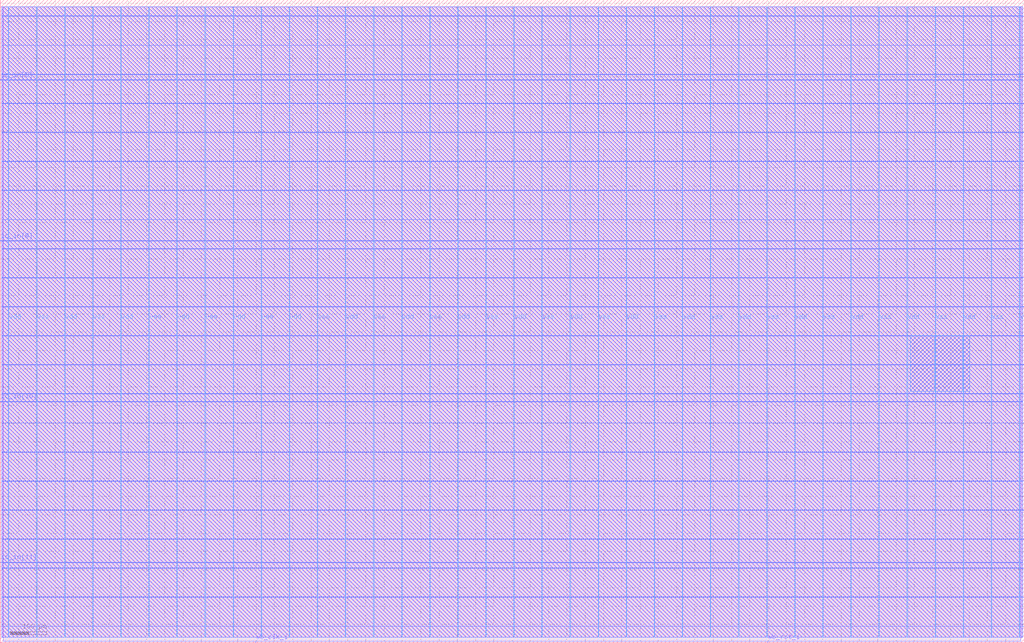
<source format=lef>
VERSION 5.7 ;
  NOWIREEXTENSIONATPIN ON ;
  DIVIDERCHAR "/" ;
  BUSBITCHARS "[]" ;
MACRO user_proj_example
  CLASS BLOCK ;
  FOREIGN user_proj_example ;
  ORIGIN 0.000 0.000 ;
  SIZE 2800.000 BY 1760.000 ;
  PIN io_in[0]
    DIRECTION INPUT ;
    USE SIGNAL ;
    ANTENNAGATEAREA 1.183000 ;
    ANTENNADIFFAREA 0.410400 ;
    PORT
      LAYER Metal3 ;
        RECT 2796.000 44.800 2800.000 45.360 ;
    END
  END io_in[0]
  PIN io_in[10]
    DIRECTION INPUT ;
    USE SIGNAL ;
    ANTENNAGATEAREA 4.408000 ;
    ANTENNADIFFAREA 0.410400 ;
    PORT
      LAYER Metal3 ;
        RECT 0.000 659.680 4.000 660.240 ;
    END
  END io_in[10]
  PIN io_in[11]
    DIRECTION INPUT ;
    USE SIGNAL ;
    ANTENNAGATEAREA 3.555000 ;
    ANTENNADIFFAREA 0.410400 ;
    PORT
      LAYER Metal3 ;
        RECT 0.000 219.520 4.000 220.080 ;
    END
  END io_in[11]
  PIN io_in[1]
    DIRECTION INPUT ;
    USE SIGNAL ;
    ANTENNAGATEAREA 1.102000 ;
    ANTENNADIFFAREA 0.410400 ;
    PORT
      LAYER Metal3 ;
        RECT 2796.000 283.360 2800.000 283.920 ;
    END
  END io_in[1]
  PIN io_in[2]
    DIRECTION INPUT ;
    USE SIGNAL ;
    ANTENNAGATEAREA 0.498500 ;
    ANTENNADIFFAREA 0.410400 ;
    PORT
      LAYER Metal3 ;
        RECT 2796.000 521.920 2800.000 522.480 ;
    END
  END io_in[2]
  PIN io_in[3]
    DIRECTION INPUT ;
    USE SIGNAL ;
    ANTENNAGATEAREA 0.741000 ;
    ANTENNADIFFAREA 0.410400 ;
    PORT
      LAYER Metal3 ;
        RECT 2796.000 760.480 2800.000 761.040 ;
    END
  END io_in[3]
  PIN io_in[4]
    DIRECTION INPUT ;
    USE SIGNAL ;
    ANTENNAGATEAREA 0.726000 ;
    ANTENNADIFFAREA 0.410400 ;
    PORT
      LAYER Metal3 ;
        RECT 2796.000 999.040 2800.000 999.600 ;
    END
  END io_in[4]
  PIN io_in[5]
    DIRECTION INPUT ;
    USE SIGNAL ;
    ANTENNAGATEAREA 1.183000 ;
    ANTENNADIFFAREA 0.410400 ;
    PORT
      LAYER Metal3 ;
        RECT 2796.000 1237.600 2800.000 1238.160 ;
    END
  END io_in[5]
  PIN io_in[6]
    DIRECTION INPUT ;
    USE SIGNAL ;
    ANTENNAGATEAREA 0.741000 ;
    ANTENNADIFFAREA 0.410400 ;
    PORT
      LAYER Metal3 ;
        RECT 2796.000 1476.160 2800.000 1476.720 ;
    END
  END io_in[6]
  PIN io_in[7]
    DIRECTION INPUT ;
    USE SIGNAL ;
    ANTENNAGATEAREA 1.102000 ;
    ANTENNADIFFAREA 0.410400 ;
    PORT
      LAYER Metal3 ;
        RECT 2796.000 1714.720 2800.000 1715.280 ;
    END
  END io_in[7]
  PIN io_in[8]
    DIRECTION INPUT ;
    USE SIGNAL ;
    ANTENNAGATEAREA 4.408000 ;
    ANTENNADIFFAREA 0.410400 ;
    PORT
      LAYER Metal3 ;
        RECT 0.000 1540.000 4.000 1540.560 ;
    END
  END io_in[8]
  PIN io_in[9]
    DIRECTION INPUT ;
    USE SIGNAL ;
    ANTENNAGATEAREA 3.555000 ;
    ANTENNADIFFAREA 0.410400 ;
    PORT
      LAYER Metal3 ;
        RECT 0.000 1099.840 4.000 1100.400 ;
    END
  END io_in[9]
  PIN io_oeb[0]
    DIRECTION OUTPUT TRISTATE ;
    USE SIGNAL ;
    ANTENNADIFFAREA 0.360800 ;
    PORT
      LAYER Metal3 ;
        RECT 2796.000 203.840 2800.000 204.400 ;
    END
  END io_oeb[0]
  PIN io_oeb[1]
    DIRECTION OUTPUT TRISTATE ;
    USE SIGNAL ;
    ANTENNADIFFAREA 0.360800 ;
    PORT
      LAYER Metal3 ;
        RECT 2796.000 442.400 2800.000 442.960 ;
    END
  END io_oeb[1]
  PIN io_oeb[2]
    DIRECTION OUTPUT TRISTATE ;
    USE SIGNAL ;
    ANTENNADIFFAREA 0.360800 ;
    PORT
      LAYER Metal3 ;
        RECT 2796.000 680.960 2800.000 681.520 ;
    END
  END io_oeb[2]
  PIN io_oeb[3]
    DIRECTION OUTPUT TRISTATE ;
    USE SIGNAL ;
    ANTENNADIFFAREA 0.360800 ;
    PORT
      LAYER Metal3 ;
        RECT 2796.000 919.520 2800.000 920.080 ;
    END
  END io_oeb[3]
  PIN io_oeb[4]
    DIRECTION OUTPUT TRISTATE ;
    USE SIGNAL ;
    ANTENNADIFFAREA 0.360800 ;
    PORT
      LAYER Metal3 ;
        RECT 2796.000 1158.080 2800.000 1158.640 ;
    END
  END io_oeb[4]
  PIN io_oeb[5]
    DIRECTION OUTPUT TRISTATE ;
    USE SIGNAL ;
    ANTENNADIFFAREA 0.360800 ;
    PORT
      LAYER Metal3 ;
        RECT 2796.000 1396.640 2800.000 1397.200 ;
    END
  END io_oeb[5]
  PIN io_oeb[6]
    DIRECTION OUTPUT TRISTATE ;
    USE SIGNAL ;
    ANTENNADIFFAREA 0.360800 ;
    PORT
      LAYER Metal3 ;
        RECT 2796.000 1635.200 2800.000 1635.760 ;
    END
  END io_oeb[6]
  PIN io_out[0]
    DIRECTION OUTPUT TRISTATE ;
    USE SIGNAL ;
    ANTENNADIFFAREA 4.731200 ;
    PORT
      LAYER Metal3 ;
        RECT 2796.000 124.320 2800.000 124.880 ;
    END
  END io_out[0]
  PIN io_out[1]
    DIRECTION OUTPUT TRISTATE ;
    USE SIGNAL ;
    ANTENNADIFFAREA 4.731200 ;
    PORT
      LAYER Metal3 ;
        RECT 2796.000 362.880 2800.000 363.440 ;
    END
  END io_out[1]
  PIN io_out[2]
    DIRECTION OUTPUT TRISTATE ;
    USE SIGNAL ;
    ANTENNADIFFAREA 4.731200 ;
    PORT
      LAYER Metal3 ;
        RECT 2796.000 601.440 2800.000 602.000 ;
    END
  END io_out[2]
  PIN io_out[3]
    DIRECTION OUTPUT TRISTATE ;
    USE SIGNAL ;
    ANTENNADIFFAREA 4.731200 ;
    PORT
      LAYER Metal3 ;
        RECT 2796.000 840.000 2800.000 840.560 ;
    END
  END io_out[3]
  PIN io_out[4]
    DIRECTION OUTPUT TRISTATE ;
    USE SIGNAL ;
    ANTENNADIFFAREA 4.731200 ;
    PORT
      LAYER Metal3 ;
        RECT 2796.000 1078.560 2800.000 1079.120 ;
    END
  END io_out[4]
  PIN io_out[5]
    DIRECTION OUTPUT TRISTATE ;
    USE SIGNAL ;
    ANTENNADIFFAREA 4.731200 ;
    PORT
      LAYER Metal3 ;
        RECT 2796.000 1317.120 2800.000 1317.680 ;
    END
  END io_out[5]
  PIN io_out[6]
    DIRECTION OUTPUT TRISTATE ;
    USE SIGNAL ;
    ANTENNADIFFAREA 4.731200 ;
    PORT
      LAYER Metal3 ;
        RECT 2796.000 1555.680 2800.000 1556.240 ;
    END
  END io_out[6]
  PIN vdd
    DIRECTION INOUT ;
    USE POWER ;
    PORT
      LAYER Metal4 ;
        RECT 22.240 15.380 23.840 1740.780 ;
    END
    PORT
      LAYER Metal4 ;
        RECT 175.840 15.380 177.440 1740.780 ;
    END
    PORT
      LAYER Metal4 ;
        RECT 329.440 15.380 331.040 1740.780 ;
    END
    PORT
      LAYER Metal4 ;
        RECT 483.040 15.380 484.640 1740.780 ;
    END
    PORT
      LAYER Metal4 ;
        RECT 636.640 15.380 638.240 1740.780 ;
    END
    PORT
      LAYER Metal4 ;
        RECT 790.240 15.380 791.840 1740.780 ;
    END
    PORT
      LAYER Metal4 ;
        RECT 943.840 15.380 945.440 1740.780 ;
    END
    PORT
      LAYER Metal4 ;
        RECT 1097.440 15.380 1099.040 1740.780 ;
    END
    PORT
      LAYER Metal4 ;
        RECT 1251.040 15.380 1252.640 1740.780 ;
    END
    PORT
      LAYER Metal4 ;
        RECT 1404.640 15.380 1406.240 1740.780 ;
    END
    PORT
      LAYER Metal4 ;
        RECT 1558.240 15.380 1559.840 1740.780 ;
    END
    PORT
      LAYER Metal4 ;
        RECT 1711.840 15.380 1713.440 1740.780 ;
    END
    PORT
      LAYER Metal4 ;
        RECT 1865.440 15.380 1867.040 1740.780 ;
    END
    PORT
      LAYER Metal4 ;
        RECT 2019.040 15.380 2020.640 1740.780 ;
    END
    PORT
      LAYER Metal4 ;
        RECT 2172.640 15.380 2174.240 1740.780 ;
    END
    PORT
      LAYER Metal4 ;
        RECT 2326.240 15.380 2327.840 1740.780 ;
    END
    PORT
      LAYER Metal4 ;
        RECT 2479.840 15.380 2481.440 1740.780 ;
    END
    PORT
      LAYER Metal4 ;
        RECT 2633.440 15.380 2635.040 1740.780 ;
    END
    PORT
      LAYER Metal4 ;
        RECT 2787.040 15.380 2788.640 1740.780 ;
    END
  END vdd
  PIN vss
    DIRECTION INOUT ;
    USE GROUND ;
    PORT
      LAYER Metal4 ;
        RECT 99.040 15.380 100.640 1740.780 ;
    END
    PORT
      LAYER Metal4 ;
        RECT 252.640 15.380 254.240 1740.780 ;
    END
    PORT
      LAYER Metal4 ;
        RECT 406.240 15.380 407.840 1740.780 ;
    END
    PORT
      LAYER Metal4 ;
        RECT 559.840 15.380 561.440 1740.780 ;
    END
    PORT
      LAYER Metal4 ;
        RECT 713.440 15.380 715.040 1740.780 ;
    END
    PORT
      LAYER Metal4 ;
        RECT 867.040 15.380 868.640 1740.780 ;
    END
    PORT
      LAYER Metal4 ;
        RECT 1020.640 15.380 1022.240 1740.780 ;
    END
    PORT
      LAYER Metal4 ;
        RECT 1174.240 15.380 1175.840 1740.780 ;
    END
    PORT
      LAYER Metal4 ;
        RECT 1327.840 15.380 1329.440 1740.780 ;
    END
    PORT
      LAYER Metal4 ;
        RECT 1481.440 15.380 1483.040 1740.780 ;
    END
    PORT
      LAYER Metal4 ;
        RECT 1635.040 15.380 1636.640 1740.780 ;
    END
    PORT
      LAYER Metal4 ;
        RECT 1788.640 15.380 1790.240 1740.780 ;
    END
    PORT
      LAYER Metal4 ;
        RECT 1942.240 15.380 1943.840 1740.780 ;
    END
    PORT
      LAYER Metal4 ;
        RECT 2095.840 15.380 2097.440 1740.780 ;
    END
    PORT
      LAYER Metal4 ;
        RECT 2249.440 15.380 2251.040 1740.780 ;
    END
    PORT
      LAYER Metal4 ;
        RECT 2403.040 15.380 2404.640 1740.780 ;
    END
    PORT
      LAYER Metal4 ;
        RECT 2556.640 15.380 2558.240 1740.780 ;
    END
    PORT
      LAYER Metal4 ;
        RECT 2710.240 15.380 2711.840 1740.780 ;
    END
  END vss
  PIN wb_clk_i
    DIRECTION INPUT ;
    USE SIGNAL ;
    ANTENNAGATEAREA 4.738000 ;
    ANTENNADIFFAREA 0.410400 ;
    PORT
      LAYER Metal2 ;
        RECT 698.880 0.000 699.440 4.000 ;
    END
  END wb_clk_i
  PIN wb_rst_i
    DIRECTION INPUT ;
    USE SIGNAL ;
    ANTENNAGATEAREA 2.204000 ;
    ANTENNADIFFAREA 0.410400 ;
    PORT
      LAYER Metal2 ;
        RECT 2098.880 0.000 2099.440 4.000 ;
    END
  END wb_rst_i
  OBS
      LAYER Metal1 ;
        RECT 6.720 15.380 2793.280 1740.780 ;
      LAYER Metal2 ;
        RECT 8.540 4.300 2791.460 1740.670 ;
        RECT 8.540 4.000 698.580 4.300 ;
        RECT 699.740 4.000 2098.580 4.300 ;
        RECT 2099.740 4.000 2791.460 4.300 ;
      LAYER Metal3 ;
        RECT 4.000 1715.580 2796.500 1740.620 ;
        RECT 4.000 1714.420 2795.700 1715.580 ;
        RECT 4.000 1636.060 2796.500 1714.420 ;
        RECT 4.000 1634.900 2795.700 1636.060 ;
        RECT 4.000 1556.540 2796.500 1634.900 ;
        RECT 4.000 1555.380 2795.700 1556.540 ;
        RECT 4.000 1540.860 2796.500 1555.380 ;
        RECT 4.300 1539.700 2796.500 1540.860 ;
        RECT 4.000 1477.020 2796.500 1539.700 ;
        RECT 4.000 1475.860 2795.700 1477.020 ;
        RECT 4.000 1397.500 2796.500 1475.860 ;
        RECT 4.000 1396.340 2795.700 1397.500 ;
        RECT 4.000 1317.980 2796.500 1396.340 ;
        RECT 4.000 1316.820 2795.700 1317.980 ;
        RECT 4.000 1238.460 2796.500 1316.820 ;
        RECT 4.000 1237.300 2795.700 1238.460 ;
        RECT 4.000 1158.940 2796.500 1237.300 ;
        RECT 4.000 1157.780 2795.700 1158.940 ;
        RECT 4.000 1100.700 2796.500 1157.780 ;
        RECT 4.300 1099.540 2796.500 1100.700 ;
        RECT 4.000 1079.420 2796.500 1099.540 ;
        RECT 4.000 1078.260 2795.700 1079.420 ;
        RECT 4.000 999.900 2796.500 1078.260 ;
        RECT 4.000 998.740 2795.700 999.900 ;
        RECT 4.000 920.380 2796.500 998.740 ;
        RECT 4.000 919.220 2795.700 920.380 ;
        RECT 4.000 840.860 2796.500 919.220 ;
        RECT 4.000 839.700 2795.700 840.860 ;
        RECT 4.000 761.340 2796.500 839.700 ;
        RECT 4.000 760.180 2795.700 761.340 ;
        RECT 4.000 681.820 2796.500 760.180 ;
        RECT 4.000 680.660 2795.700 681.820 ;
        RECT 4.000 660.540 2796.500 680.660 ;
        RECT 4.300 659.380 2796.500 660.540 ;
        RECT 4.000 602.300 2796.500 659.380 ;
        RECT 4.000 601.140 2795.700 602.300 ;
        RECT 4.000 522.780 2796.500 601.140 ;
        RECT 4.000 521.620 2795.700 522.780 ;
        RECT 4.000 443.260 2796.500 521.620 ;
        RECT 4.000 442.100 2795.700 443.260 ;
        RECT 4.000 363.740 2796.500 442.100 ;
        RECT 4.000 362.580 2795.700 363.740 ;
        RECT 4.000 284.220 2796.500 362.580 ;
        RECT 4.000 283.060 2795.700 284.220 ;
        RECT 4.000 220.380 2796.500 283.060 ;
        RECT 4.300 219.220 2796.500 220.380 ;
        RECT 4.000 204.700 2796.500 219.220 ;
        RECT 4.000 203.540 2795.700 204.700 ;
        RECT 4.000 125.180 2796.500 203.540 ;
        RECT 4.000 124.020 2795.700 125.180 ;
        RECT 4.000 45.660 2796.500 124.020 ;
        RECT 4.000 44.500 2795.700 45.660 ;
        RECT 4.000 15.540 2796.500 44.500 ;
      LAYER Metal4 ;
        RECT 2489.340 688.330 2556.340 840.470 ;
        RECT 2558.540 688.330 2633.140 840.470 ;
        RECT 2635.340 688.330 2652.020 840.470 ;
  END
END user_proj_example
END LIBRARY


</source>
